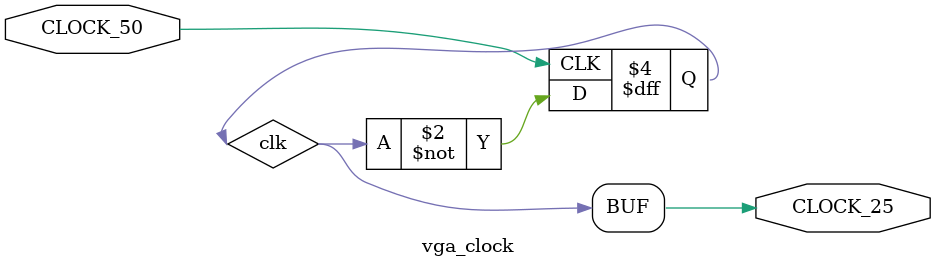
<source format=v>
/**
 * 25MHZ clock
 */
module vga_clock (
    CLOCK_50,
    CLOCK_25
);
    input CLOCK_50;
    output CLOCK_25;
    reg clk = 0;

    always @(posedge CLOCK_50) begin
        clk <= ~clk;
    end
 
    assign CLOCK_25 = clk;
endmodule

</source>
